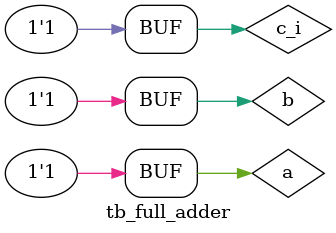
<source format=v>

`timescale 1ns / 1ps


module tb_full_adder ();

//}} End of automatically maintained section

// Enter your statements here //
reg a, b, c_i;
wire c_o, s;
full_adder_1 fullAdder(a, b, c_i, c_o, s);

initial begin
	a = 0; b = 0; c_i = 0;
	#10 a = 0; b = 0; c_i = 1;
	#10 a = 0; b = 1; c_i = 0;
	#10 a = 0; b = 1; c_i = 1;
	#10 a = 1; b = 0; c_i = 0;
	#10 a = 1; b = 0; c_i = 1;
	#10 a = 1; b = 1; c_i = 0;
	#10 a = 1; b = 1; c_i = 1;
	end
endmodule

</source>
